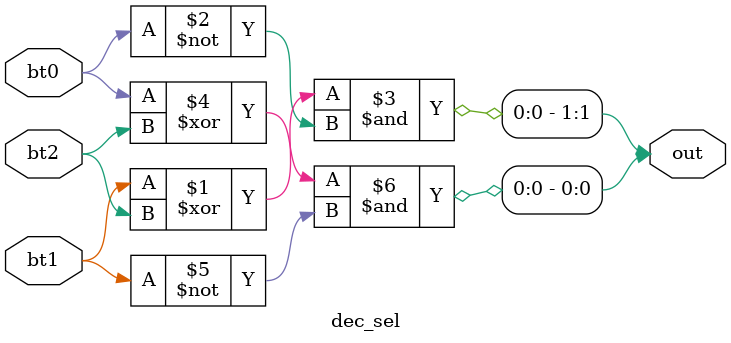
<source format=v>
`timescale 1ns / 1ps


module dec_sel(bt0, bt1, bt2, out);
    input bt0, bt1, bt2;
    output [1:0] out;
    
    assign out[1] = (bt1^bt2)&(~bt0);
    assign out[0] = (bt0^bt2)&(~bt1);
endmodule

</source>
